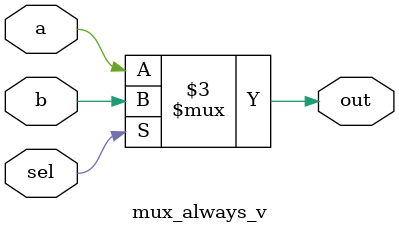
<source format=v>
module mux_always_v(out, a, b, sel);
  output out;
  input a, b, sel;
  reg out;

  always @(a or b or sel)
    if(sel)
      out = b;
    else         
      out = a;

endmodule




</source>
